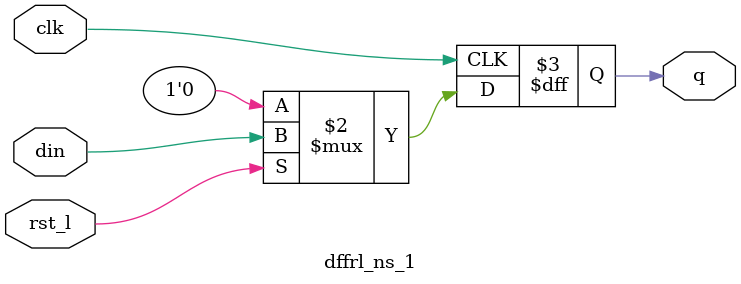
<source format=v>
module dffrl_ns_1 (din, clk, rst_l, q);
parameter SIZE = 1;
input	[SIZE-1:0]	din ;	
input			clk ;	
input			rst_l ;	
output	[SIZE-1:0]	q ;	
reg 	[SIZE-1:0]	q ;
always @ (posedge clk)
  q[SIZE-1:0] <= rst_l ? din[SIZE-1:0] : {SIZE{1'b0}};
endmodule
</source>
